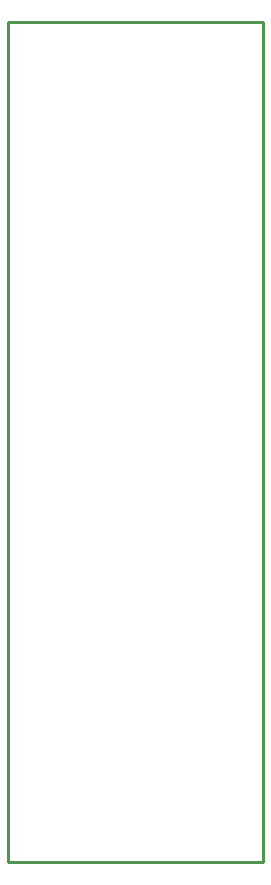
<source format=gko>
G04*
G04 #@! TF.GenerationSoftware,Altium Limited,Altium Designer,21.8.1 (53)*
G04*
G04 Layer_Color=16711935*
%FSLAX43Y43*%
%MOMM*%
G71*
G04*
G04 #@! TF.SameCoordinates,630E7A8C-55E9-46A6-B004-597E04BA2369*
G04*
G04*
G04 #@! TF.FilePolarity,Positive*
G04*
G01*
G75*
%ADD12C,0.254*%
D12*
X0Y71120D02*
X21590D01*
X0Y0D02*
X21590D01*
X0D02*
Y71120D01*
X21590D02*
X21590Y0D01*
M02*

</source>
